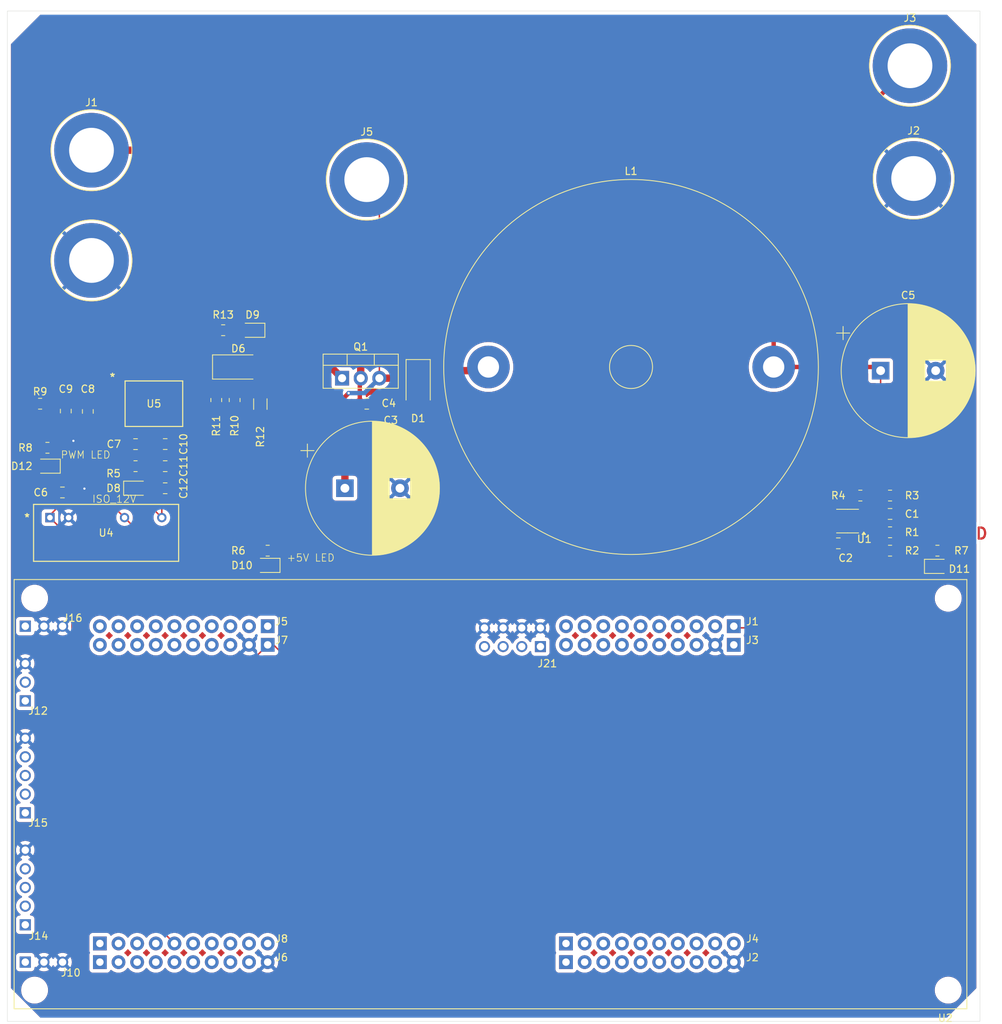
<source format=kicad_pcb>
(kicad_pcb (version 20241229) (generator "pcbnew") (generator_version "9.0")
  (layers (0 "F.Cu" signal) (2 "B.Cu" signal) (13 "F.Paste" user) (15 "B.Paste" user) (5 "F.SilkS" user "F.Silkscreen") (7 "B.SilkS" user "B.Silkscreen") (1 "F.Mask" user) (3 "B.Mask" user) (25 "Edge.Cuts" user))
  (net 0 "")
  (net 4 "GND")
  (net 5 "Net-(U1A-+)")
  (net 6 "+3.3V")
  (net 7 "Net-(U1A--)")
  (net 8 "/VFILT")
  (net 9 "/VOUT")
  (net 19 "/Power_stage/VIN")
  (net 21 "+5V")
  (net 31 "/GD/ISO_12")
  (net 32 "/GD/PWM_FILT")
  (net 36 "/VSW")
  (net 40 "/VG")
  (net 47 "Net-(D6-K)")
  (net 86 "/PWM")
  (net 88 "Net-(D8-A)")
  (net 96 "/GD/GD_PWM")
  (net 108 "/VFILTD")
  (net 109 "Net-(D10-BK)")
  (net 110 "Net-(D11-BK)")
  (net 111 "Net-(D12-BK)")
  (net 112 "Net-(D9-BK)")
  (footprint "LED_SMD:LED_0805_2012Metric" (layer "F.Cu") (at 77.9015 66.946 180)
    (property "Reference" "D9" (at 0 2.1 0) (layer "F.SilkS"))
    (property "Value" "LED_ABGR")
    (pad "1" smd roundrect (at -0.9375 0 180) (size 0.975 1.4) (layers "F.Cu" "F.Mask" "F.Paste") (net 40 "/VG"))
    (pad "2" smd roundrect (at 0.9375 0 180) (size 0.975 1.4) (layers "F.Cu" "F.Mask" "F.Paste") (net 112 "Net-(D9-BK)"))
  )
  (footprint "Diode_SMD:D_SMA" (layer "F.Cu") (at 100.464 74.446 -90)
    (property "Reference" "D1" (at 4.5 0 180) (layer "F.SilkS"))
    (property "Value" "SS310")
    (pad "1" smd roundrect (at -2 0 270) (size 2.5 1.8) (layers "F.Cu" "F.Mask" "F.Paste") (roundrect_rratio 0.1388888889) (net 36 "/VSW"))
    (pad "2" smd roundrect (at 2 0 270) (size 2.5 1.8) (layers "F.Cu" "F.Mask" "F.Paste") (roundrect_rratio 0.1388888889) (net 4 "GND"))
  )
  (footprint "Capacitor_THT:CP_Radial_D18.0mm_P7.50mm" (layer "F.Cu") (at 90.48622 88.446)
    (property "Reference" "C3" (at 6.25 -9.25 0) (layer "F.SilkS"))
    (property "Value" "470u")
    (pad "1" thru_hole rect (at 0 0) (size 2.4 2.4) (drill 1.2) (layers "*.Cu" "*.Mask") (net 19 "/Power_stage/VIN"))
    (pad "2" thru_hole circle (at 7.5 0) (size 2.4 2.4) (drill 1.2) (layers "*.Cu" "*.Mask") (net 4 "GND"))
  )
  (footprint "Resistor_SMD:R_0805_2012Metric_Pad1.20x1.40mm_HandSolder" (layer "F.Cu") (at 171.2015 96.946 180)
    (property "Reference" "R7" (at -3.2625 0 0) (layer "F.SilkS"))
    (property "Value" "3.3K")
    (pad "1" smd roundrect (at -1 0 180) (size 1.2 1.4) (layers "F.Cu" "F.Mask" "F.Paste") (roundrect_rratio 0.208333) (net 110 "Net-(D11-BK)"))
    (pad "2" smd roundrect (at 1 0 180) (size 1.2 1.4) (layers "F.Cu" "F.Mask" "F.Paste") (roundrect_rratio 0.208333) (net 4 "GND"))
  )
  (footprint "LED_SMD:LED_0805_2012Metric" (layer "F.Cu") (at 62.0265 88.446)
    (property "Reference" "D8" (at -3.0625 0 0) (layer "F.SilkS"))
    (property "Value" "LED_ABGR")
    (pad "1" smd roundrect (at -0.9375 0) (size 0.975 1.4) (layers "F.Cu" "F.Mask" "F.Paste") (net 88 "Net-(D8-A)"))
    (pad "2" smd roundrect (at 0.9375 0) (size 0.975 1.4) (layers "F.Cu" "F.Mask" "F.Paste") (net 31 "/GD/ISO_12"))
  )
  (footprint "Resistor_SMD:R_0805_2012Metric" (layer "F.Cu") (at 164.7515 96.946)
    (property "Reference" "R2" (at 3 0 0) (layer "F.SilkS"))
    (property "Value" "?")
    (pad "1" smd roundrect (at -0.9125 0) (size 1.025 1.4) (layers "F.Cu" "F.Mask" "F.Paste") (roundrect_rratio 0.243902) (net 7 "Net-(U1A--)"))
    (pad "2" smd roundrect (at 0.9125 0) (size 1.025 1.4) (layers "F.Cu" "F.Mask" "F.Paste") (roundrect_rratio 0.243902) (net 8 "/VFILT"))
  )
  (footprint "Capacitor_SMD:C_0805_2012Metric" (layer "F.Cu") (at 66.004 85.446)
    (property "Reference" "C11" (at 2.5 0 90) (layer "F.SilkS"))
    (property "Value" "220U")
    (pad "1" smd roundrect (at -0.95 0) (size 1 1.45) (layers "F.Cu" "F.Mask" "F.Paste") (net 31 "/GD/ISO_12"))
    (pad "2" smd roundrect (at 0.95 0) (size 1 1.45) (layers "F.Cu" "F.Mask" "F.Paste") (net 36 "/VSW"))
  )
  (footprint "Resistor_SMD:R_0805_2012Metric_Pad1.20x1.40mm_HandSolder" (layer "F.Cu") (at 75.464 76.446 90)
    (property "Reference" "R10" (at -3.5 0 90) (layer "F.SilkS"))
    (property "Value" "7R")
    (pad "1" smd roundrect (at -1 0 90) (size 1.2 1.4) (layers "F.Cu" "F.Mask" "F.Paste") (roundrect_rratio 0.208333) (net 96 "/GD/GD_PWM"))
    (pad "2" smd roundrect (at 1 0 90) (size 1.2 1.4) (layers "F.Cu" "F.Mask" "F.Paste") (roundrect_rratio 0.208333) (net 40 "/VG"))
  )
  (footprint "Connector:Banana_Jack_1Pin" (layer "F.Cu") (at 93.464 46.446)
    (property "Reference" "J5" (at 0 -6.5 0) (layer "F.SilkS"))
    (property "Value" "Conn_01x01_Pin")
    (pad "1" thru_hole circle (at 0 0) (size 10.16 10.16) (drill 6.1) (layers "*.Cu" "*.Mask") (net 36 "/VSW"))
  )
  (footprint "Diode_SMD:D_SMA" (layer "F.Cu") (at 75.964 71.946)
    (property "Reference" "D6" (at 0 -2.5 0) (layer "F.SilkS"))
    (property "Value" "US2AA")
    (pad "1" smd roundrect (at -2 0) (size 2.5 1.8) (layers "F.Cu" "F.Mask" "F.Paste") (roundrect_rratio 0.1388888889) (net 47 "Net-(D6-K)"))
    (pad "2" smd roundrect (at 2 0) (size 2.5 1.8) (layers "F.Cu" "F.Mask" "F.Paste") (roundrect_rratio 0.1388888889) (net 40 "/VG"))
  )
  (footprint "Connector:Banana_Jack_1Pin" (layer "F.Cu") (at 167.964 46.296)
    (property "Reference" "J2" (at 0 -6.5 0) (layer "F.SilkS"))
    (property "Value" "Conn_01x01_Pin")
    (pad "1" thru_hole circle (at 0 0) (size 10.16 10.16) (drill 6.1) (layers "*.Cu" "*.Mask") (net 4 "GND"))
  )
  (footprint "Resistor_SMD:R_0805_2012Metric_Pad1.20x1.40mm_HandSolder" (layer "F.Cu") (at 72.964 76.446 90)
    (property "Reference" "R11" (at -3.5 0 90) (layer "F.SilkS"))
    (property "Value" "12R")
    (pad "1" smd roundrect (at -1 0 90) (size 1.2 1.4) (layers "F.Cu" "F.Mask" "F.Paste") (roundrect_rratio 0.208333) (net 96 "/GD/GD_PWM"))
    (pad "2" smd roundrect (at 1 0 90) (size 1.2 1.4) (layers "F.Cu" "F.Mask" "F.Paste") (roundrect_rratio 0.208333) (net 47 "Net-(D6-K)"))
  )
  (footprint "Capacitor_SMD:C_0805_2012Metric" (layer "F.Cu") (at 61.964 82.446 180)
    (property "Reference" "C7" (at 2.95 0 0) (layer "F.SilkS"))
    (property "Value" "1u")
    (pad "1" smd roundrect (at -0.95 0 180) (size 1 1.45) (layers "F.Cu" "F.Mask" "F.Paste") (net 31 "/GD/ISO_12"))
    (pad "2" smd roundrect (at 0.95 0 180) (size 1 1.45) (layers "F.Cu" "F.Mask" "F.Paste") (net 36 "/VSW"))
  )
  (footprint "Resistor_SMD:R_0805_2012Metric_Pad1.20x1.40mm_HandSolder" (layer "F.Cu") (at 48.964 76.946)
    (property "Reference" "R9" (at 0 -1.65 0) (layer "F.SilkS"))
    (property "Value" "R")
    (pad "1" smd roundrect (at -1 0) (size 1.2 1.4) (layers "F.Cu" "F.Mask" "F.Paste") (roundrect_rratio 0.208333) (net 86 "/PWM"))
    (pad "2" smd roundrect (at 1 0) (size 1.2 1.4) (layers "F.Cu" "F.Mask" "F.Paste") (roundrect_rratio 0.208333) (net 32 "/GD/PWM_FILT"))
  )
  (footprint "Capacitor_SMD:C_0805_2012Metric" (layer "F.Cu") (at 93.464 76.946)
    (property "Reference" "C4" (at 3 -0.065 0) (layer "F.SilkS"))
    (property "Value" "1u")
    (pad "1" smd roundrect (at -0.95 0) (size 1 1.45) (layers "F.Cu" "F.Mask" "F.Paste") (net 19 "/Power_stage/VIN"))
    (pad "2" smd roundrect (at 0.95 0) (size 1 1.45) (layers "F.Cu" "F.Mask" "F.Paste") (net 4 "GND"))
  )
  (footprint "Resistor_SMD:R_0805_2012Metric_Pad1.20x1.40mm_HandSolder" (layer "F.Cu") (at 73.9015 66.946 180)
    (property "Reference" "R13" (at 0 2.1 0) (layer "F.SilkS"))
    (property "Value" "3.3K")
    (pad "1" smd roundrect (at -1 0 180) (size 1.2 1.4) (layers "F.Cu" "F.Mask" "F.Paste") (roundrect_rratio 0.208333) (net 112 "Net-(D9-BK)"))
    (pad "2" smd roundrect (at 1 0 180) (size 1.2 1.4) (layers "F.Cu" "F.Mask" "F.Paste") (roundrect_rratio 0.208333) (net 36 "/VSW"))
  )
  (footprint "Capacitor_SMD:C_0805_2012Metric_Pad1.18x1.45mm_HandSolder" (layer "F.Cu") (at 52.464 77.946 -90)
    (property "Reference" "C9" (at -3 0 0) (layer "F.SilkS"))
    (property "Value" "C")
    (pad "1" smd roundrect (at -1.0375 0 270) (size 1.175 1.45) (layers "F.Cu" "F.Mask" "F.Paste") (roundrect_rratio 0.212766) (net 32 "/GD/PWM_FILT"))
    (pad "2" smd roundrect (at 1.0375 0 270) (size 1.175 1.45) (layers "F.Cu" "F.Mask" "F.Paste") (roundrect_rratio 0.212766) (net 4 "GND"))
  )
  (footprint "Capacitor_THT:CP_Radial_D18.0mm_P7.50mm" (layer "F.Cu") (at 163.464 72.446)
    (property "Reference" "C5" (at 3.75 -10.25 0) (layer "F.SilkS"))
    (property "Value" "?")
    (pad "1" thru_hole rect (at 0 0) (size 2.4 2.4) (drill 1.2) (layers "*.Cu" "*.Mask") (net 9 "/VOUT"))
    (pad "2" thru_hole circle (at 7.5 0) (size 2.4 2.4) (drill 1.2) (layers "*.Cu" "*.Mask") (net 4 "GND"))
  )
  (footprint "LED_SMD:LED_0805_2012Metric" (layer "F.Cu") (at 171.1215 99.081)
    (property "Reference" "D11" (at 3.08 0.365 0) (layer "F.SilkS"))
    (property "Value" "LED_ABGR")
    (pad "1" smd roundrect (at -0.9375 0) (size 0.975 1.4) (layers "F.Cu" "F.Mask" "F.Paste") (net 6 "+3.3V"))
    (pad "2" smd roundrect (at 0.9375 0) (size 0.975 1.4) (layers "F.Cu" "F.Mask" "F.Paste") (net 110 "Net-(D11-BK)"))
  )
  (footprint "Resistor_SMD:R_0805_2012Metric" (layer "F.Cu") (at 164.7515 94.446 180)
    (property "Reference" "R1" (at -3 0 0) (layer "F.SilkS"))
    (property "Value" "10K")
    (pad "1" smd roundrect (at -0.9125 0 180) (size 1.025 1.4) (layers "F.Cu" "F.Mask" "F.Paste") (roundrect_rratio 0.243902) (net 4 "GND"))
    (pad "2" smd roundrect (at 0.9125 0 180) (size 1.025 1.4) (layers "F.Cu" "F.Mask" "F.Paste") (roundrect_rratio 0.243902) (net 7 "Net-(U1A--)"))
  )
  (footprint "footprints:SOIC8_DWV_TEX" (layer "F.Cu") (at 64.464 76.946)
    (property "Reference" "U5" (at 0 0 0) (layer "F.SilkS"))
    (property "Value" "UCC5304DWVR")
    (fp_text user "*" (at -5.6388 -3.6068 0) (layer "F.SilkS"))
    (fp_text user "*" (at -5.6388 -3.6068 0) (layer "F.SilkS"))
    (pad "1" smd rect (at -5.3848 -1.905) (size 1.7018 0.5588) (layers "F.Cu" "F.Mask" "F.Paste") (net 32 "/GD/PWM_FILT"))
    (pad "2" smd rect (at -5.3848 -0.635) (size 1.7018 0.5588) (layers "F.Cu" "F.Mask" "F.Paste") (net 21 "+5V"))
    (pad "3" smd rect (at -5.3848 0.635) (size 1.7018 0.5588) (layers "F.Cu" "F.Mask" "F.Paste") (net 21 "+5V"))
    (pad "4" smd rect (at -5.3848 1.905) (size 1.7018 0.5588) (layers "F.Cu" "F.Mask" "F.Paste") (net 4 "GND"))
    (pad "5" smd rect (at 5.3848 1.905) (size 1.7018 0.5588) (layers "F.Cu" "F.Mask" "F.Paste") (net 36 "/VSW"))
    (pad "6" smd rect (at 5.3848 0.635) (size 1.7018 0.5588) (layers "F.Cu" "F.Mask" "F.Paste") (net 36 "/VSW"))
    (pad "7" smd rect (at 5.3848 -0.635) (size 1.7018 0.5588) (layers "F.Cu" "F.Mask" "F.Paste") (net 96 "/GD/GD_PWM"))
    (pad "8" smd rect (at 5.3848 -1.905) (size 1.7018 0.5588) (layers "F.Cu" "F.Mask" "F.Paste") (net 31 "/GD/ISO_12"))
  )
  (footprint "Resistor_SMD:R_0805_2012Metric" (layer "F.Cu") (at 164.7515 89.446 180)
    (property "Reference" "R3" (at -3 0 0) (layer "F.SilkS"))
    (property "Value" "?")
    (pad "1" smd roundrect (at -0.9125 0 180) (size 1.025 1.4) (layers "F.Cu" "F.Mask" "F.Paste") (roundrect_rratio 0.243902) (net 4 "GND"))
    (pad "2" smd roundrect (at 0.9125 0 180) (size 1.025 1.4) (layers "F.Cu" "F.Mask" "F.Paste") (roundrect_rratio 0.243902) (net 5 "Net-(U1A-+)"))
  )
  (footprint "Capacitor_SMD:C_0805_2012Metric" (layer "F.Cu") (at 164.7515 91.946)
    (property "Reference" "C1" (at 3 0 0) (layer "F.SilkS"))
    (property "Value" "C")
    (pad "1" smd roundrect (at -0.95 0) (size 1 1.45) (layers "F.Cu" "F.Mask" "F.Paste") (net 5 "Net-(U1A-+)"))
    (pad "2" smd roundrect (at 0.95 0) (size 1 1.45) (layers "F.Cu" "F.Mask" "F.Paste") (net 4 "GND"))
  )
  (footprint "Connector:Banana_Jack_1Pin" (layer "F.Cu") (at 167.464 30.946)
    (property "Reference" "J3" (at 0 -6.5 0) (layer "F.SilkS"))
    (property "Value" "Conn_01x01_Pin")
    (pad "1" thru_hole circle (at 0 0) (size 10.16 10.16) (drill 6.1) (layers "*.Cu" "*.Mask") (net 9 "/VOUT"))
  )
  (footprint "LAUNCHXL_F28379D:MOD_LAUNCHXL-F28379D" (layer "F.Cu") (at 110.317 130.086 180)
    (property "Reference" "U2" (at -61.972 -30.475 0) (layer "F.SilkS"))
    (property "Value" "LAUNCHXL-F28379D")
    (fp_text user "J12" (at 61.628 11.335 0) (layer "F.SilkS"))
    (fp_text user "J4" (at -35.687 -19.685 0) (layer "F.SilkS"))
    (fp_text user "J10" (at 57.178 -24.305 0) (layer "F.SilkS"))
    (fp_text user "J15" (at 61.628 -3.905 0) (layer "F.SilkS"))
    (fp_text user "J21" (at -7.747 17.78 0) (layer "F.SilkS"))
    (fp_text user "J1" (at -35.687 23.495 0) (layer "F.SilkS"))
    (fp_text user "J5" (at 28.448 23.495 0) (layer "F.SilkS"))
    (fp_text user "J6" (at 28.448 -22.225 0) (layer "F.SilkS"))
    (fp_text user "J2" (at -35.687 -22.225 0) (layer "F.SilkS"))
    (fp_text user "J8" (at 28.448 -19.685 0) (layer "F.SilkS"))
    (fp_text user "J14" (at 61.578 -19.305 0) (layer "F.SilkS"))
    (fp_text user "J3" (at -35.687 20.955 0) (layer "F.SilkS"))
    (fp_text user "J7" (at 28.448 20.955 0) (layer "F.SilkS"))
    (fp_text user "J16" (at 56.928 23.97 0) (layer "F.SilkS"))
    (pad "" np_thru_hole circle (at -62.357 -26.67 180) (size 3.175 3.175) (drill 3.175) (layers "*.Cu" "*.Mask"))
    (pad "" np_thru_hole circle (at -62.357 26.67 180) (size 3.175 3.175) (drill 3.175) (layers "*.Cu" "*.Mask"))
    (pad "" np_thru_hole circle (at 62.103 -26.67 180) (size 3.175 3.175) (drill 3.175) (layers "*.Cu" "*.Mask"))
    (pad "" np_thru_hole circle (at 62.103 26.67 180) (size 3.175 3.175) (drill 3.175) (layers "*.Cu" "*.Mask"))
    (pad "J1_1" thru_hole rect (at -33.147 22.86 180) (size 1.8796 1.8796) (drill 1.016) (layers "*.Cu" "*.Mask") (net 6 "+3.3V"))
    (pad "J1_2" thru_hole circle (at -30.607 22.86 180) (size 1.8796 1.8796) (drill 1.016) (layers "*.Cu" "*.Mask"))
    (pad "J1_3" thru_hole circle (at -28.067 22.86 180) (size 1.8796 1.8796) (drill 1.016) (layers "*.Cu" "*.Mask"))
    (pad "J1_4" thru_hole circle (at -25.527 22.86 180) (size 1.8796 1.8796) (drill 1.016) (layers "*.Cu" "*.Mask"))
    (pad "J1_5" thru_hole circle (at -22.987 22.86 180) (size 1.8796 1.8796) (drill 1.016) (layers "*.Cu" "*.Mask"))
    (pad "J1_6" thru_hole circle (at -20.447 22.86 180) (size 1.8796 1.8796) (drill 1.016) (layers "*.Cu" "*.Mask"))
    (pad "J1_7" thru_hole circle (at -17.907 22.86 180) (size 1.8796 1.8796) (drill 1.016) (layers "*.Cu" "*.Mask"))
    (pad "J1_8" thru_hole circle (at -15.367 22.86 180) (size 1.8796 1.8796) (drill 1.016) (layers "*.Cu" "*.Mask"))
    (pad "J1_9" thru_hole circle (at -12.827 22.86 180) (size 1.8796 1.8796) (drill 1.016) (layers "*.Cu" "*.Mask"))
    (pad "J1_10" thru_hole circle (at -10.287 22.86 180) (size 1.8796 1.8796) (drill 1.016) (layers "*.Cu" "*.Mask"))
    (pad "J2_1" thru_hole rect (at -10.287 -22.86 180) (size 1.8796 1.8796) (drill 1.016) (layers "*.Cu" "*.Mask"))
    (pad "J2_2" thru_hole circle (at -12.827 -22.86 180) (size 1.8796 1.8796) (drill 1.016) (layers "*.Cu" "*.Mask"))
    (pad "J2_3" thru_hole circle (at -15.367 -22.86 180) (size 1.8796 1.8796) (drill 1.016) (layers "*.Cu" "*.Mask"))
    (pad "J2_4" thru_hole circle (at -17.907 -22.86 180) (size 1.8796 1.8796) (drill 1.016) (layers "*.Cu" "*.Mask"))
    (pad "J2_5" thru_hole circle (at -20.447 -22.86 180) (size 1.8796 1.8796) (drill 1.016) (layers "*.Cu" "*.Mask"))
    (pad "J2_6" thru_hole circle (at -22.987 -22.86 180) (size 1.8796 1.8796) (drill 1.016) (layers "*.Cu" "*.Mask"))
    (pad "J2_7" thru_hole circle (at -25.527 -22.86 180) (size 1.8796 1.8796) (drill 1.016) (layers "*.Cu" "*.Mask"))
    (pad "J2_8" thru_hole circle (at -28.067 -22.86 180) (size 1.8796 1.8796) (drill 1.016) (layers "*.Cu" "*.Mask"))
    (pad "J2_9" thru_hole circle (at -30.607 -22.86 180) (size 1.8796 1.8796) (drill 1.016) (layers "*.Cu" "*.Mask"))
    (pad "J2_10" thru_hole circle (at -33.147 -22.86 180) (size 1.8796 1.8796) (drill 1.016) (layers "*.Cu" "*.Mask") (net 4 "GND"))
    (pad "J3_1" thru_hole rect (at -33.147 20.32 180) (size 1.8796 1.8796) (drill 1.016) (layers "*.Cu" "*.Mask"))
    (pad "J3_2" thru_hole circle (at -30.607 20.32 180) (size 1.8796 1.8796) (drill 1.016) (layers "*.Cu" "*.Mask") (net 4 "GND"))
    (pad "J3_3" thru_hole circle (at -28.067 20.32 180) (size 1.8796 1.8796) (drill 1.016) (layers "*.Cu" "*.Mask") (net 108 "/VFILTD"))
    (pad "J3_4" thru_hole circle (at -25.527 20.32 180) (size 1.8796 1.8796) (drill 1.016) (layers "*.Cu" "*.Mask"))
    (pad "J3_5" thru_hole circle (at -22.987 20.32 180) (size 1.8796 1.8796) (drill 1.016) (layers "*.Cu" "*.Mask"))
    (pad "J3_6" thru_hole circle (at -20.447 20.32 180) (size 1.8796 1.8796) (drill 1.016) (layers "*.Cu" "*.Mask"))
    (pad "J3_7" thru_hole circle (at -17.907 20.32 180) (size 1.8796 1.8796) (drill 1.016) (layers "*.Cu" "*.Mask"))
    (pad "J3_8" thru_hole circle (at -15.367 20.32 180) (size 1.8796 1.8796) (drill 1.016) (layers "*.Cu" "*.Mask"))
    (pad "J3_9" thru_hole circle (at -12.827 20.32 180) (size 1.8796 1.8796) (drill 1.016) (layers "*.Cu" "*.Mask"))
    (pad "J3_10" thru_hole circle (at -10.287 20.32 180) (size 1.8796 1.8796) (drill 1.016) (layers "*.Cu" "*.Mask"))
    (pad "J4_1" thru_hole rect (at -10.287 -20.32 180) (size 1.8796 1.8796) (drill 1.016) (layers "*.Cu" "*.Mask"))
    (pad "J4_2" thru_hole circle (at -12.827 -20.32 180) (size 1.8796 1.8796) (drill 1.016) (layers "*.Cu" "*.Mask"))
    (pad "J4_3" thru_hole circle (at -15.367 -20.32 180) (size 1.8796 1.8796) (drill 1.016) (layers "*.Cu" "*.Mask"))
    (pad "J4_4" thru_hole circle (at -17.907 -20.32 180) (size 1.8796 1.8796) (drill 1.016) (layers "*.Cu" "*.Mask"))
    (pad "J4_5" thru_hole circle (at -20.447 -20.32 180) (size 1.8796 1.8796) (drill 1.016) (layers "*.Cu" "*.Mask"))
    (pad "J4_6" thru_hole circle (at -22.987 -20.32 180) (size 1.8796 1.8796) (drill 1.016) (layers "*.Cu" "*.Mask"))
    (pad "J4_7" thru_hole circle (at -25.527 -20.32 180) (size 1.8796 1.8796) (drill 1.016) (layers "*.Cu" "*.Mask"))
    (pad "J4_8" thru_hole circle (at -28.067 -20.32 180) (size 1.8796 1.8796) (drill 1.016) (layers "*.Cu" "*.Mask"))
    (pad "J4_9" thru_hole circle (at -30.607 -20.32 180) (size 1.8796 1.8796) (drill 1.016) (layers "*.Cu" "*.Mask"))
    (pad "J4_10" thru_hole circle (at -33.147 -20.32 180) (size 1.8796 1.8796) (drill 1.016) (layers "*.Cu" "*.Mask"))
    (pad "J5_1" thru_hole rect (at 30.353 22.86 180) (size 1.8796 1.8796) (drill 1.016) (layers "*.Cu" "*.Mask"))
    (pad "J5_2" thru_hole circle (at 32.893 22.86 180) (size 1.8796 1.8796) (drill 1.016) (layers "*.Cu" "*.Mask"))
    (pad "J5_3" thru_hole circle (at 35.433 22.86 180) (size 1.8796 1.8796) (drill 1.016) (layers "*.Cu" "*.Mask"))
    (pad "J5_4" thru_hole circle (at 37.973 22.86 180) (size 1.8796 1.8796) (drill 1.016) (layers "*.Cu" "*.Mask"))
    (pad "J5_5" thru_hole circle (at 40.513 22.86 180) (size 1.8796 1.8796) (drill 1.016) (layers "*.Cu" "*.Mask"))
    (pad "J5_6" thru_hole circle (at 43.053 22.86 180) (size 1.8796 1.8796) (drill 1.016) (layers "*.Cu" "*.Mask"))
    (pad "J5_7" thru_hole circle (at 45.593 22.86 180) (size 1.8796 1.8796) (drill 1.016) (layers "*.Cu" "*.Mask"))
    (pad "J5_8" thru_hole circle (at 48.133 22.86 180) (size 1.8796 1.8796) (drill 1.016) (layers "*.Cu" "*.Mask"))
    (pad "J5_9" thru_hole circle (at 50.673 22.86 180) (size 1.8796 1.8796) (drill 1.016) (layers "*.Cu" "*.Mask"))
    (pad "J5_10" thru_hole circle (at 53.213 22.86 180) (size 1.8796 1.8796) (drill 1.016) (layers "*.Cu" "*.Mask"))
    (pad "J6_1" thru_hole rect (at 53.213 -22.86 180) (size 1.8796 1.8796) (drill 1.016) (layers "*.Cu" "*.Mask"))
    (pad "J6_2" thru_hole circle (at 50.673 -22.86 180) (size 1.8796 1.8796) (drill 1.016) (layers "*.Cu" "*.Mask"))
    (pad "J6_3" thru_hole circle (at 48.133 -22.86 180) (size 1.8796 1.8796) (drill 1.016) (layers "*.Cu" "*.Mask"))
    (pad "J6_4" thru_hole circle (at 45.593 -22.86 180) (size 1.8796 1.8796) (drill 1.016) (layers "*.Cu" "*.Mask"))
    (pad "J6_5" thru_hole circle (at 43.053 -22.86 180) (size 1.8796 1.8796) (drill 1.016) (layers "*.Cu" "*.Mask"))
    (pad "J6_6" thru_hole circle (at 40.513 -22.86 180) (size 1.8796 1.8796) (drill 1.016) (layers "*.Cu" "*.Mask"))
    (pad "J6_7" thru_hole circle (at 37.973 -22.86 180) (size 1.8796 1.8796) (drill 1.016) (layers "*.Cu" "*.Mask"))
    (pad "J6_8" thru_hole circle (at 35.433 -22.86 180) (size 1.8796 1.8796) (drill 1.016) (layers "*.Cu" "*.Mask"))
    (pad "J6_9" thru_hole circle (at 32.893 -22.86 180) (size 1.8796 1.8796) (drill 1.016) (layers "*.Cu" "*.Mask"))
    (pad "J6_10" thru_hole circle (at 30.353 -22.86 180) (size 1.8796 1.8796) (drill 1.016) (layers "*.Cu" "*.Mask") (net 4 "GND"))
    (pad "J7_1" thru_hole rect (at 30.353 20.32 180) (size 1.8796 1.8796) (drill 1.016) (layers "*.Cu" "*.Mask") (net 21 "+5V"))
    (pad "J7_2" thru_hole circle (at 32.893 20.32 180) (size 1.8796 1.8796) (drill 1.016) (layers "*.Cu" "*.Mask") (net 4 "GND"))
    (pad "J7_3" thru_hole circle (at 35.433 20.32 180) (size 1.8796 1.8796) (drill 1.016) (layers "*.Cu" "*.Mask"))
    (pad "J7_4" thru_hole circle (at 37.973 20.32 180) (size 1.8796 1.8796) (drill 1.016) (layers "*.Cu" "*.Mask"))
    (pad "J7_5" thru_hole circle (at 40.513 20.32 180) (size 1.8796 1.8796) (drill 1.016) (layers "*.Cu" "*.Mask"))
    (pad "J7_6" thru_hole circle (at 43.053 20.32 180) (size 1.8796 1.8796) (drill 1.016) (layers "*.Cu" "*.Mask"))
    (pad "J7_7" thru_hole circle (at 45.593 20.32 180) (size 1.8796 1.8796) (drill 1.016) (layers "*.Cu" "*.Mask"))
    (pad "J7_8" thru_hole circle (at 48.133 20.32 180) (size 1.8796 1.8796) (drill 1.016) (layers "*.Cu" "*.Mask"))
    (pad "J7_9" thru_hole circle (at 50.673 20.32 180) (size 1.8796 1.8796) (drill 1.016) (layers "*.Cu" "*.Mask"))
    (pad "J7_10" thru_hole circle (at 53.213 20.32 180) (size 1.8796 1.8796) (drill 1.016) (layers "*.Cu" "*.Mask"))
    (pad "J8_1" thru_hole rect (at 53.213 -20.32 180) (size 1.8796 1.8796) (drill 1.016) (layers "*.Cu" "*.Mask"))
    (pad "J8_2" thru_hole circle (at 50.673 -20.32 180) (size 1.8796 1.8796) (drill 1.016) (layers "*.Cu" "*.Mask"))
    (pad "J8_3" thru_hole circle (at 48.133 -20.32 180) (size 1.8796 1.8796) (drill 1.016) (layers "*.Cu" "*.Mask"))
    (pad "J8_4" thru_hole circle (at 45.593 -20.32 180) (size 1.8796 1.8796) (drill 1.016) (layers "*.Cu" "*.Mask"))
    (pad "J8_5" thru_hole circle (at 43.053 -20.32 180) (size 1.8796 1.8796) (drill 1.016) (layers "*.Cu" "*.Mask") (net 86 "/PWM"))
    (pad "J8_6" thru_hole circle (at 40.513 -20.32 180) (size 1.8796 1.8796) (drill 1.016) (layers "*.Cu" "*.Mask"))
    (pad "J8_7" thru_hole circle (at 37.973 -20.32 180) (size 1.8796 1.8796) (drill 1.016) (layers "*.Cu" "*.Mask"))
    (pad "J8_8" thru_hole circle (at 35.433 -20.32 180) (size 1.8796 1.8796) (drill 1.016) (layers "*.Cu" "*.Mask"))
    (pad "J8_9" thru_hole circle (at 32.893 -20.32 180) (size 1.8796 1.8796) (drill 1.016) (layers "*.Cu" "*.Mask"))
    (pad "J8_10" thru_hole circle (at 30.353 -20.32 180) (size 1.8796 1.8796) (drill 1.016) (layers "*.Cu" "*.Mask"))
    (pad "J10_1" thru_hole rect (at 63.373 -22.86 180) (size 1.524 1.524) (drill 1.016) (layers "*.Cu" "*.Mask"))
    (pad "J10_2" thru_hole circle (at 60.833 -22.86 180) (size 1.524 1.524) (drill 1.016) (layers "*.Cu" "*.Mask") (net 4 "GND"))
    (pad "J10_3" thru_hole circle (at 58.293 -22.86 180) (size 1.524 1.524) (drill 1.016) (layers "*.Cu" "*.Mask") (net 4 "GND"))
    (pad "J12_1" thru_hole rect (at 63.373 12.7 180) (size 1.524 1.524) (drill 1.016) (layers "*.Cu" "*.Mask"))
    (pad "J12_2" thru_hole circle (at 63.373 15.24 180) (size 1.524 1.524) (drill 1.016) (layers "*.Cu" "*.Mask"))
    (pad "J12_3" thru_hole circle (at 63.373 17.78 180) (size 1.524 1.524) (drill 1.016) (layers "*.Cu" "*.Mask") (net 4 "GND"))
    (pad "J14_1" thru_hole rect (at 63.373 -17.78 180) (size 1.524 1.524) (drill 1.016) (layers "*.Cu" "*.Mask"))
    (pad "J14_2" thru_hole circle (at 63.373 -15.24 180) (size 1.524 1.524) (drill 1.016) (layers "*.Cu" "*.Mask"))
    (pad "J14_3" thru_hole circle (at 63.373 -12.7 180) (size 1.524 1.524) (drill 1.016) (layers "*.Cu" "*.Mask"))
    (pad "J14_4" thru_hole circle (at 63.373 -10.16 180) (size 1.524 1.524) (drill 1.016) (layers "*.Cu" "*.Mask"))
    (pad "J14_5" thru_hole circle (at 63.373 -7.62 180) (size 1.524 1.524) (drill 1.016) (layers "*.Cu" "*.Mask") (net 4 "GND"))
    (pad "J15_1" thru_hole rect (at 63.373 -2.54 180) (size 1.524 1.524) (drill 1.016) (layers "*.Cu" "*.Mask"))
    (pad "J15_2" thru_hole circle (at 63.373 0 180) (size 1.524 1.524) (drill 1.016) (layers "*.Cu" "*.Mask"))
    (pad "J15_3" thru_hole circle (at 63.373 2.54 180) (size 1.524 1.524) (drill 1.016) (layers "*.Cu" "*.Mask"))
    (pad "J15_4" thru_hole circle (at 63.373 5.08 180) (size 1.524 1.524) (drill 1.016) (layers "*.Cu" "*.Mask"))
    (pad "J15_5" thru_hole circle (at 63.373 7.62 180) (size 1.524 1.524) (drill 1.016) (layers "*.Cu" "*.Mask") (net 4 "GND"))
    (pad "J16_1" thru_hole rect (at 63.373 22.86 180) (size 1.524 1.524) (drill 1.016) (layers "*.Cu" "*.Mask"))
    (pad "J16_2" thru_hole circle (at 60.833 22.86 180) (size 1.524 1.524) (drill 1.016) (layers "*.Cu" "*.Mask") (net 4 "GND"))
    (pad "J16_3" thru_hole circle (at 58.293 22.86 180) (size 1.524 1.524) (drill 1.016) (layers "*.Cu" "*.Mask") (net 4 "GND"))
    (pad "J21_1" thru_hole rect (at -6.803 20.086 180) (size 1.5 1.5) (drill 1) (layers "*.Cu" "*.Mask"))
    (pad "J21_2" thru_hole circle (at -6.803 22.626 180) (size 1.5 1.5) (drill 1) (layers "*.Cu" "*.Mask") (net 4 "GND"))
    (pad "J21_3" thru_hole circle (at -4.263 20.086 180) (size 1.5 1.5) (drill 1) (layers "*.Cu" "*.Mask"))
    (pad "J21_4" thru_hole circle (at -4.263 22.626 180) (size 1.5 1.5) (drill 1) (layers "*.Cu" "*.Mask") (net 4 "GND"))
    (pad "J21_5" thru_hole circle (at -1.723 20.086 180) (size 1.5 1.5) (drill 1) (layers "*.Cu" "*.Mask"))
    (pad "J21_6" thru_hole circle (at -1.723 22.626 180) (size 1.5 1.5) (drill 1) (layers "*.Cu" "*.Mask") (net 4 "GND"))
    (pad "J21_7" thru_hole circle (at 0.817 20.086 180) (size 1.5 1.5) (drill 1) (layers "*.Cu" "*.Mask"))
    (pad "J21_8" thru_hole circle (at 0.817 22.626 180) (size 1.5 1.5) (drill 1) (layers "*.Cu" "*.Mask") (net 4 "GND"))
  )
  (footprint "LED_SMD:LED_0805_2012Metric" (layer "F.Cu") (at 50.0265 85.446 180)
    (property "Reference" "D12" (at 3.5625 0 0) (layer "F.SilkS"))
    (property "Value" "LED_ABGR")
    (pad "1" smd roundrect (at -0.9375 0 180) (size 0.975 1.4) (layers "F.Cu" "F.Mask" "F.Paste") (net 86 "/PWM"))
    (pad "2" smd roundrect (at 0.9375 0 180) (size 0.975 1.4) (layers "F.Cu" "F.Mask" "F.Paste") (net 111 "Net-(D12-BK)"))
  )
  (footprint "Connector:Banana_Jack_1Pin" (layer "F.Cu") (at 55.964 57.446)
    (property "Reference" "J4" (at -0.5 -15.5 0) (layer "F.SilkS"))
    (property "Value" "Conn_01x01_Pin")
    (pad "1" thru_hole circle (at 0 0) (size 10.16 10.16) (drill 6.1) (layers "*.Cu" "*.Mask") (net 4 "GND"))
  )
  (footprint "Capacitor_SMD:C_0805_2012Metric_Pad1.18x1.45mm_HandSolder" (layer "F.Cu") (at 55.464 77.996 -90)
    (property "Reference" "C8" (at -3.05 0 0) (layer "F.SilkS"))
    (property "Value" "1u")
    (pad "1" smd roundrect (at -1.0375 0 270) (size 1.175 1.45) (layers "F.Cu" "F.Mask" "F.Paste") (roundrect_rratio 0.212766) (net 21 "+5V"))
    (pad "2" smd roundrect (at 1.0375 0 270) (size 1.175 1.45) (layers "F.Cu" "F.Mask" "F.Paste") (roundrect_rratio 0.212766) (net 4 "GND"))
  )
  (footprint "Package_TO_SOT_THT:TO-220-3_Vertical" (layer "F.Cu") (at 90.099 73.471)
    (property "Reference" "Q1" (at 2.54 -4.27 0) (layer "F.SilkS"))
    (property "Value" "IRF540N")
    (pad "1" thru_hole rect (at 0 0) (size 1.905 2) (drill 1.1) (layers "*.Cu" "*.Mask") (net 40 "/VG"))
    (pad "2" thru_hole oval (at 2.54 0) (size 1.905 2) (drill 1.1) (layers "*.Cu" "*.Mask") (net 19 "/Power_stage/VIN"))
    (pad "3" thru_hole oval (at 5.08 0) (size 1.905 2) (drill 1.1) (layers "*.Cu" "*.Mask") (net 36 "/VSW"))
  )
  (footprint "Package_SO:VSSOP-8_3x3mm_P0.65mm" (layer "F.Cu") (at 158.964 92.921 180)
    (property "Reference" "U1" (at -2.2875 -2.45 0) (layer "F.SilkS"))
    (property "Value" "LM358")
    (pad "1" smd roundrect (at -2.1125 -0.975 180) (size 1.625 0.5) (layers "F.Cu" "F.Mask" "F.Paste") (net 8 "/VFILT"))
    (pad "2" smd roundrect (at -2.1125 -0.325 180) (size 1.625 0.5) (layers "F.Cu" "F.Mask" "F.Paste") (net 7 "Net-(U1A--)"))
    (pad "3" smd roundrect (at -2.1125 0.325 180) (size 1.625 0.5) (layers "F.Cu" "F.Mask" "F.Paste") (net 5 "Net-(U1A-+)"))
    (pad "4" smd roundrect (at -2.1125 0.975 180) (size 1.625 0.5) (layers "F.Cu" "F.Mask" "F.Paste") (net 4 "GND"))
    (pad "5" smd roundrect (at 2.1125 0.975 180) (size 1.625 0.5) (layers "F.Cu" "F.Mask" "F.Paste"))
    (pad "6" smd roundrect (at 2.1125 0.325 180) (size 1.625 0.5) (layers "F.Cu" "F.Mask" "F.Paste"))
    (pad "7" smd roundrect (at 2.1125 -0.325 180) (size 1.625 0.5) (layers "F.Cu" "F.Mask" "F.Paste"))
    (pad "8" smd roundrect (at 2.1125 -0.975 180) (size 1.625 0.5) (layers "F.Cu" "F.Mask" "F.Paste") (net 6 "+3.3V"))
  )
  (footprint "Capacitor_SMD:C_0805_2012Metric" (layer "F.Cu") (at 157.7015 95.946)
    (property "Reference" "C2" (at 1 2 0) (layer "F.SilkS"))
    (property "Value" "1u")
    (pad "1" smd roundrect (at -0.95 0) (size 1 1.45) (layers "F.Cu" "F.Mask" "F.Paste") (net 6 "+3.3V"))
    (pad "2" smd roundrect (at 0.95 0) (size 1 1.45) (layers "F.Cu" "F.Mask" "F.Paste") (net 4 "GND"))
  )
  (footprint "LED_SMD:LED_0805_2012Metric" (layer "F.Cu") (at 79.964 98.946 180)
    (property "Reference" "D10" (at 3.5 0 0) (layer "F.SilkS"))
    (property "Value" "LED_ABGR")
    (pad "1" smd roundrect (at -0.9375 0 180) (size 0.975 1.4) (layers "F.Cu" "F.Mask" "F.Paste") (net 21 "+5V"))
    (pad "2" smd roundrect (at 0.9375 0 180) (size 0.975 1.4) (layers "F.Cu" "F.Mask" "F.Paste") (net 109 "Net-(D10-BK)"))
  )
  (footprint "Inductor_THT:L_Radial_D50.8mm_P38.86mm_Vishay_IHB-6" (layer "F.Cu") (at 110.034 71.946)
    (property "Reference" "L1" (at 19.43 -26.65 0) (layer "F.SilkS"))
    (property "Value" "?")
    (pad "1" thru_hole circle (at 0 0) (size 5.8 5.8) (drill 2.9) (layers "*.Cu" "*.Mask") (net 36 "/VSW"))
    (pad "2" thru_hole circle (at 38.86 0) (size 5.8 5.8) (drill 2.9) (layers "*.Cu" "*.Mask") (net 9 "/VOUT"))
  )
  (footprint "Resistor_SMD:R_0805_2012Metric" (layer "F.Cu") (at 160.7015 89.446)
    (property "Reference" "R4" (at -3 0 0) (layer "F.SilkS"))
    (property "Value" "?")
    (pad "1" smd roundrect (at -0.9125 0) (size 1.025 1.4) (layers "F.Cu" "F.Mask" "F.Paste") (roundrect_rratio 0.243902) (net 9 "/VOUT"))
    (pad "2" smd roundrect (at 0.9125 0) (size 1.025 1.4) (layers "F.Cu" "F.Mask" "F.Paste") (roundrect_rratio 0.243902) (net 5 "Net-(U1A-+)"))
  )
  (footprint "Resistor_SMD:R_1206_3216Metric_Pad1.30x1.75mm_HandSolder" (layer "F.Cu") (at 78.964 76.996 90)
    (property "Reference" "R12" (at -4.45 0 90) (layer "F.SilkS"))
    (property "Value" "50R")
    (pad "1" smd roundrect (at -1.55 0 90) (size 1.3 1.75) (layers "F.Cu" "F.Mask" "F.Paste") (roundrect_rratio 0.192308) (net 36 "/VSW"))
    (pad "2" smd roundrect (at 1.55 0 90) (size 1.3 1.75) (layers "F.Cu" "F.Mask" "F.Paste") (roundrect_rratio 0.192308) (net 40 "/VG"))
  )
  (footprint "Capacitor_SMD:C_0805_2012Metric" (layer "F.Cu") (at 66.004 88.456)
    (property "Reference" "C12" (at 2.5 -0.01 90) (layer "F.SilkS"))
    (property "Value" "10u")
    (pad "1" smd roundrect (at -0.95 0) (size 1 1.45) (layers "F.Cu" "F.Mask" "F.Paste") (net 31 "/GD/ISO_12"))
    (pad "2" smd roundrect (at 0.95 0) (size 1 1.45) (layers "F.Cu" "F.Mask" "F.Paste") (net 36 "/VSW"))
  )
  (footprint "Capacitor_SMD:C_0805_2012Metric" (layer "F.Cu") (at 52.004 89.021)
    (property "Reference" "C6" (at -2.95 0 0) (layer "F.SilkS"))
    (property "Value" "1u")
    (pad "1" smd roundrect (at -0.95 0) (size 1 1.45) (layers "F.Cu" "F.Mask" "F.Paste") (net 21 "+5V"))
    (pad "2" smd roundrect (at 0.95 0) (size 1 1.45) (layers "F.Cu" "F.Mask" "F.Paste") (net 4 "GND"))
  )
  (footprint "Resistor_SMD:R_0805_2012Metric_Pad1.20x1.40mm_HandSolder" (layer "F.Cu") (at 49.964 82.946)
    (property "Reference" "R8" (at -3 0 0) (layer "F.SilkS"))
    (property "Value" "3.3K")
    (pad "1" smd roundrect (at -1 0) (size 1.2 1.4) (layers "F.Cu" "F.Mask" "F.Paste") (roundrect_rratio 0.208333) (net 111 "Net-(D12-BK)"))
    (pad "2" smd roundrect (at 1 0) (size 1.2 1.4) (layers "F.Cu" "F.Mask" "F.Paste") (roundrect_rratio 0.208333) (net 4 "GND"))
  )
  (footprint "Capacitor_SMD:C_0805_2012Metric" (layer "F.Cu") (at 66.004 82.436)
    (property "Reference" "C10" (at 2.5 0 90) (layer "F.SilkS"))
    (property "Value" "10u")
    (pad "1" smd roundrect (at -0.95 0) (size 1 1.45) (layers "F.Cu" "F.Mask" "F.Paste") (net 31 "/GD/ISO_12"))
    (pad "2" smd roundrect (at 0.95 0) (size 1 1.45) (layers "F.Cu" "F.Mask" "F.Paste") (net 36 "/VSW"))
  )
  (footprint "Connector:Banana_Jack_1Pin" (layer "F.Cu") (at 55.964 42.446)
    (property "Reference" "J1" (at 0 -6.5 0) (layer "F.SilkS"))
    (property "Value" "Conn_01x01_Pin")
    (pad "1" thru_hole circle (at 0 0) (size 10.16 10.16) (drill 6.1) (layers "*.Cu" "*.Mask") (net 19 "/Power_stage/VIN"))
  )
  (footprint "footprints:TMV-HI_SINGLE_TRP" (layer "F.Cu") (at 50.304 92.446)
    (property "Reference" "U4" (at 7.65 2.075 0) (layer "F.SilkS"))
    (property "Value" "TMV 0512SHI")
    (fp_text user "*" (at -3.1196 0 0) (layer "F.SilkS"))
    (fp_text user "*" (at -3.1196 0 0) (layer "F.SilkS"))
    (pad "1" thru_hole rect (at 0 0) (size 1.27 1.27) (drill 0.762) (layers "*.Cu" "*.Mask") (net 21 "+5V"))
    (pad "2" thru_hole circle (at 2.54 0) (size 1.27 1.27) (drill 0.762) (layers "*.Cu" "*.Mask") (net 4 "GND"))
    (pad "5" thru_hole circle (at 10.16 0) (size 1.27 1.27) (drill 0.762) (layers "*.Cu" "*.Mask") (net 36 "/VSW"))
    (pad "7" thru_hole circle (at 15.24 0) (size 1.27 1.27) (drill 0.762) (layers "*.Cu" "*.Mask") (net 31 "/GD/ISO_12"))
  )
  (footprint "Resistor_SMD:R_0805_2012Metric_Pad1.20x1.40mm_HandSolder" (layer "F.Cu") (at 79.964 96.946)
    (property "Reference" "R6" (at -4 0 0) (layer "F.SilkS"))
    (property "Value" "3.3K")
    (pad "1" smd roundrect (at -1 0) (size 1.2 1.4) (layers "F.Cu" "F.Mask" "F.Paste") (roundrect_rratio 0.208333) (net 109 "Net-(D10-BK)"))
    (pad "2" smd roundrect (at 1 0) (size 1.2 1.4) (layers "F.Cu" "F.Mask" "F.Paste") (roundrect_rratio 0.208333) (net 4 "GND"))
  )
  (footprint "Resistor_SMD:R_0805_2012Metric_Pad1.20x1.40mm_HandSolder" (layer "F.Cu") (at 61.964 85.446 180)
    (property "Reference" "R5" (at 3 -1 0) (layer "F.SilkS"))
    (property "Value" "3.3K")
    (pad "1" smd roundrect (at -1 0 180) (size 1.2 1.4) (layers "F.Cu" "F.Mask" "F.Paste") (roundrect_rratio 0.208333) (net 88 "Net-(D8-A)"))
    (pad "2" smd roundrect (at 1 0 180) (size 1.2 1.4) (layers "F.Cu" "F.Mask" "F.Paste") (roundrect_rratio 0.208333) (net 36 "/VSW"))
  )
  (gr_rect (start 44.5 23.5) (end 177 161) (stroke (width 0.05)) (fill no) (layer "Edge.Cuts"))
  (gr_text "+3V LED\n" (at 168 95.5 0) (layer "F.Cu") (effects (font (size 1.5 1.5) (thickness 0.3) (bold yes)) (justify left bottom)))
  (gr_text "GD PWM LED\n" (at 70 63.5 0) (layer "F.Cu") (effects (font (size 1.5 1.5) (thickness 0.3) (bold yes)) (justify left bottom)))
  (gr_text "+5V LED" (at 82.5 98.5 0) (layer "F.SilkS") (effects (font (size 1 1) (thickness 0.1)) (justify left bottom)))
  (gr_text "ISO_12V " (at 56 90.5 0) (layer "F.SilkS") (effects (font (size 1 1) (thickness 0.1)) (justify left bottom)))
  (gr_text "PWM LED\n" (at 51.7115 84.486 0) (layer "F.SilkS") (effects (font (size 1 1) (thickness 0.1)) (justify left bottom)))
  (segment (start 94.914 76.446) (end 97.464 76.446) (width 0.2) (layer "F.Cu") (net 4))
  (segment (start 97.464 76.446) (end 100.464 76.446) (width 0.2) (layer "F.Cu") (net 4))
  (segment (start 94.414 76.946) (end 94.914 76.446) (width 0.2) (layer "F.Cu") (net 4))
  (via (at 55 88.5) (size 0.6) (drill 0.3) (layers "F.Cu" "B.Cu") (net 4))
  (via (at 53.5 82) (size 0.6) (drill 0.3) (layers "F.Cu" "B.Cu") (net 4))
  (segment (start 163.839 89.446) (end 163.839 91.9085) (width 0.2) (layer "F.Cu") (net 5))
  (segment (start 163.1515 92.596) (end 163.8015 91.946) (width 0.2) (layer "F.Cu") (net 5))
  (segment (start 161.0765 92.596) (end 163.1515 92.596) (width 0.2) (layer "F.Cu") (net 5))
  (segment (start 161.614 89.446) (end 163.839 89.446) (width 0.2) (layer "F.Cu") (net 5))
  (segment (start 163.839 91.9085) (end 163.8015 91.946) (width 0.2) (layer "F.Cu") (net 5))
  (segment (start 143.964 107.446) (end 145.2515 107.446) (width 0.2) (layer "F.Cu") (net 6))
  (segment (start 156.7515 97.2335) (end 156.7515 95.946) (width 0.2) (layer "F.Cu") (net 6))
  (segment (start 156.7515 95.946) (end 156.7515 93.996) (width 0.2) (layer "F.Cu") (net 6))
  (segment (start 143.464 107.226) (end 143.744 107.226) (width 0.2) (layer "F.Cu") (net 6))
  (segment (start 143.964 106.946) (end 143.684 107.226) (width 0.2) (layer "F.Cu") (net 6))
  (segment (start 158.599 99.081) (end 156.7515 97.2335) (width 0.2) (layer "F.Cu") (net 6))
  (segment (start 170.184 99.081) (end 158.599 99.081) (width 0.2) (layer "F.Cu") (net 6))
  (segment (start 156.7515 93.996) (end 156.8515 93.896) (width 0.2) (layer "F.Cu") (net 6))
  (segment (start 143.464 107.226) (end 143.684 107.226) (width 0.2) (layer "F.Cu") (net 6))
  (segment (start 145.2515 107.446) (end 156.7515 95.946) (width 0.2) (layer "F.Cu") (net 6))
  (segment (start 143.744 107.226) (end 143.964 107.446) (width 0.2) (layer "F.Cu") (net 6))
  (segment (start 163.839 94.446) (end 163.964 94.446) (width 0.2) (layer "F.Cu") (net 7))
  (segment (start 163.964 96.946) (end 163.839 96.946) (width 0.2) (layer "F.Cu") (net 7))
  (segment (start 162.639 93.246) (end 161.0765 93.246) (width 0.2) (layer "F.Cu") (net 7))
  (segment (start 163.839 94.446) (end 162.639 93.246) (width 0.2) (layer "F.Cu") (net 7))
  (segment (start 163.839 96.946) (end 163.839 94.446) (width 0.2) (layer "F.Cu") (net 7))
  (segment (start 159.789 79.121) (end 159.789 89.446) (width 0.2) (layer "F.Cu") (net 9))
  (segment (start 148.894 71.946) (end 162.964 71.946) (width 0.6) (layer "F.Cu") (net 9))
  (segment (start 148.894 71.946) (end 148.894 49.516) (width 0.6) (layer "F.Cu") (net 9))
  (segment (start 148.894 49.516) (end 167.464 30.946) (width 0.6) (layer "F.Cu") (net 9))
  (segment (start 163.464 72.446) (end 163.464 75.446) (width 0.2) (layer "F.Cu") (net 9))
  (segment (start 162.964 71.946) (end 163.464 72.446) (width 0.2) (layer "F.Cu") (net 9))
  (segment (start 163.464 75.446) (end 159.789 79.121) (width 0.2) (layer "F.Cu") (net 9))
  (segment (start 92.514 77.896) (end 90.48622 79.92378) (width 1) (layer "F.Cu") (net 19))
  (segment (start 92.639 73.471) (end 92.639 71.471) (width 1) (layer "F.Cu") (net 19))
  (segment (start 92.514 73.596) (end 92.639 73.471) (width 0.2) (layer "F.Cu") (net 19))
  (segment (start 92.514 76.946) (end 92.514 77.896) (width 1) (layer "F.Cu") (net 19))
  (segment (start 90.48622 79.92378) (end 90.48622 88.446) (width 1) (layer "F.Cu") (net 19))
  (segment (start 92.514 76.946) (end 92.514 73.596) (width 0.6) (layer "F.Cu") (net 19))
  (segment (start 92.639 71.471) (end 63.614 42.446) (width 1) (layer "F.Cu") (net 19))
  (segment (start 63.614 42.446) (end 55.964 42.446) (width 1) (layer "F.Cu") (net 19))
  (segment (start 84 102.0445) (end 80.9015 98.946) (width 0.2) (layer "F.Cu") (net 21))
  (segment (start 81.75 110.75) (end 84 108.5) (width 0.2) (layer "F.Cu") (net 21))
  (segment (start 54.464 96.606) (end 50.304 92.446) (width 0.2) (layer "F.Cu") (net 21))
  (segment (start 57 83.075) (end 57 76.9585) (width 0.2) (layer "F.Cu") (net 21))
  (segment (start 51.054 91.356) (end 51.054 89.021) (width 0.2) (layer "F.Cu") (net 21))
  (segment (start 54.464 113.446) (end 54.464 96.606) (width 0.2) (layer "F.Cu") (net 21))
  (segment (start 58.4317 76.9585) (end 58.4567 76.9585) (width 0.2) (layer "F.Cu") (net 21))
  (segment (start 80.766 109.766) (end 81.75 110.75) (width 0.2) (layer "F.Cu") (net 21))
  (segment (start 76.284 113.446) (end 54.464 113.446) (width 0.2) (layer "F.Cu") (net 21))
  (segment (start 51.054 89.021) (end 57 83.075) (width 0.2) (layer "F.Cu") (net 21))
  (segment (start 50.304 92.446) (end 50.304 92.106) (width 0.2) (layer "F.Cu") (net 21))
  (segment (start 79.964 109.766) (end 80.766 109.766) (width 0.2) (layer "F.Cu") (net 21))
  (segment (start 84 108.5) (end 84 102.0445) (width 0.2) (layer "F.Cu") (net 21))
  (segment (start 58.4567 76.9585) (end 59.0792 77.581) (width 0.2) (layer "F.Cu") (net 21))
  (segment (start 50.304 92.106) (end 51.054 91.356) (width 0.2) (layer "F.Cu") (net 21))
  (segment (start 79.964 109.766) (end 76.284 113.446) (width 0.2) (layer "F.Cu") (net 21))
  (segment (start 57 76.9585) (end 58.4317 76.9585) (width 0.2) (layer "F.Cu") (net 21))
  (segment (start 55.464 76.9585) (end 57 76.9585) (width 0.2) (layer "F.Cu") (net 21))
  (segment (start 58.4317 76.9585) (end 59.0792 76.311) (width 0.2) (layer "F.Cu") (net 21))
  (segment (start 69.8488 75.041) (end 68.7865 75.041) (width 1) (layer "F.Cu") (net 31))
  (segment (start 64.474 82.436) (end 64.464 82.446) (width 0.2) (layer "F.Cu") (net 31))
  (segment (start 64.464 82.446) (end 62.914 82.446) (width 1) (layer "F.Cu") (net 31))
  (segment (start 65.054 88.456) (end 65.054 85.446) (width 0.2) (layer "F.Cu") (net 31))
  (segment (start 65.544 88.946) (end 65.054 88.456) (width 0.2) (layer "F.Cu") (net 31))
  (segment (start 68.7865 75.041) (end 62.914 80.9135) (width 1) (layer "F.Cu") (net 31))
  (segment (start 62.914 80.9135) (end 62.914 82.446) (width 1) (layer "F.Cu") (net 31))
  (segment (start 62.964 88.446) (end 62.964 89.866) (width 0.2) (layer "F.Cu") (net 31))
  (segment (start 62.964 89.866) (end 65.544 92.446) (width 0.2) (layer "F.Cu") (net 31))
  (segment (start 69.964 74.9258) (end 69.8488 75.041) (width 0.2) (layer "F.Cu") (net 31))
  (segment (start 65.054 82.436) (end 64.474 82.436) (width 0.2) (layer "F.Cu") (net 31))
  (segment (start 65.054 85.446) (end 65.054 82.436) (width 0.2) (layer "F.Cu") (net 31))
  (segment (start 65.544 92.446) (end 65.544 88.946) (width 0.2) (layer "F.Cu") (net 31))
  (segment (start 52.464 76.9085) (end 54.3315 75.041) (width 0.2) (layer "F.Cu") (net 32))
  (segment (start 54.3315 75.041) (end 59.0792 75.041) (width 0.2) (layer "F.Cu") (net 32))
  (segment (start 50.0015 76.9085) (end 49.964 76.946) (width 0.2) (layer "F.Cu") (net 32))
  (segment (start 52.464 76.9085) (end 50.0015 76.9085) (width 0.2) (layer "F.Cu") (net 32))
  (segment (start 66.954 85.446) (end 66.954 88.456) (width 0.2) (layer "F.Cu") (net 36))
  (segment (start 87.954 78.546) (end 78.964 78.546) (width 0.6) (layer "F.Cu") (net 36))
  (segment (start 62.464 94.446) (end 66.964 94.446) (width 0.2) (layer "F.Cu") (net 36))
  (segment (start 72.9015 66.946) (end 65.464 66.946) (width 0.2) (layer "F.Cu") (net 36))
  (segment (start 61.014 82.896) (end 58.464 85.446) (width 0.2) (layer "F.Cu") (net 36))
  (segment (start 95.179 73.471) (end 99.439 73.471) (width 1) (layer "F.Cu") (net 36))
  (segment (start 95.179 73.471) (end 95.179 48.161) (width 0.2) (layer "F.Cu") (net 36))
  (segment (start 99.439 73.471) (end 100.464 72.446) (width 1) (layer "F.Cu") (net 36))
  (segment (start 61.014 82.446) (end 61.014 82.896) (width 0.2) (layer "F.Cu") (net 36))
  (segment (start 66.954 94.436) (end 66.954 88.456) (width 0.2) (layer "F.Cu") (net 36))
  (segment (start 66.954 82.436) (end 66.954 85.446) (width 0.2) (layer "F.Cu") (net 36))
  (segment (start 91 75.5) (end 87.954 78.546) (width 0.6) (layer "F.Cu") (net 36))
  (segment (start 69.8488 78.851) (end 69.8488 77.581) (width 1) (layer "F.Cu") (net 36))
  (segment (start 105.464 72.446) (end 109.534 72.446) (width 1) (layer "F.Cu") (net 36))
  (segment (start 69.8488 79.5412) (end 69.8488 78.851) (width 1) (layer "F.Cu") (net 36))
  (segment (start 66.964 94.446) (end 66.954 94.436) (width 0.2) (layer "F.Cu") (net 36))
  (segment (start 61.014 82.446) (end 61.014 71.396) (width 0.2) (layer "F.Cu") (net 36))
  (segment (start 109.534 72.446) (end 110.034 71.946) (width 1) (layer "F.Cu") (net 36))
  (segment (start 56.964 88.946) (end 60.464 92.446) (width 0.2) (layer "F.Cu") (net 36))
  (segment (start 60.464 92.446) (end 62.464 94.446) (width 0.2) (layer "F.Cu") (net 36))
  (segment (start 58.464 85.446) (end 56.964 86.946) (width 0.2) (layer "F.Cu") (net 36))
  (segment (start 61.014 71.396) (end 65.464 66.946) (width 0.2) (layer "F.Cu") (net 36))
  (segment (start 78.964 78.546) (end 75.074 82.436) (width 1) (layer "F.Cu") (net 36))
  (segment (start 56.964 86.946) (end 56.964 88.946) (width 0.2) (layer "F.Cu") (net 36))
  (segment (start 66.954 82.436) (end 69.8488 79.5412) (width 1) (layer "F.Cu") (net 36))
  (segment (start 95.179 48.161) (end 93.464 46.446) (width 0.2) (layer "F.Cu") (net 36))
  (segment (start 75.074 82.436) (end 66.954 82.436) (width 1) (layer "F.Cu") (net 36))
  (segment (start 60.964 85.446) (end 58.464 85.446) (width 0.2) (layer "F.Cu") (net 36))
  (segment (start 100.464 72.446) (end 105.464 72.446) (width 1) (layer "F.Cu") (net 36))
  (via (at 91 75.5) (size 0.6) (drill 0.3) (layers "F.Cu" "B.Cu") (net 36))
  (segment (start 93.15 75.5) (end 91 75.5) (width 0.6) (layer "B.Cu") (net 36))
  (segment (start 95.179 73.471) (end 93.15 75.5) (width 0.6) (layer "B.Cu") (net 36))
  (segment (start 78.964 72.946) (end 77.964 71.946) (width 0.2) (layer "F.Cu") (net 40))
  (segment (start 78.964 75.446) (end 78.964 72.946) (width 1) (layer "F.Cu") (net 40))
  (segment (start 78.839 66.946) (end 78.839 71.071) (width 0.2) (layer "F.Cu") (net 40))
  (segment (start 88.574 71.946) (end 90.099 73.471) (width 1) (layer "F.Cu") (net 40))
  (segment (start 75.464 75.446) (end 78.964 75.446) (width 1) (layer "F.Cu") (net 40))
  (segment (start 78.839 71.071) (end 77.964 71.946) (width 0.2) (layer "F.Cu") (net 40))
  (segment (start 77.964 71.946) (end 88.574 71.946) (width 1) (layer "F.Cu") (net 40))
  (segment (start 72.964 75.446) (end 72.964 74.946) (width 0.2) (layer "F.Cu") (net 47))
  (segment (start 73.964 73.946) (end 73.964 71.946) (width 1) (layer "F.Cu") (net 47))
  (segment (start 72.964 74.946) (end 73.964 73.946) (width 1) (layer "F.Cu") (net 47))
  (segment (start 50.964 85.446) (end 46.464 89.946) (width 0.2) (layer "F.Cu") (net 86))
  (segment (start 45.964 89.946) (end 45.964 76.946) (width 0.2) (layer "F.Cu") (net 86))
  (segment (start 45.964 76.946) (end 47.964 76.946) (width 0.2) (layer "F.Cu") (net 86))
  (segment (start 45.964 99.446) (end 45.964 89.946) (width 0.2) (layer "F.Cu") (net 86))
  (segment (start 53.304 136.446) (end 53.304 102.786) (width 0.2) (layer "F.Cu") (net 86))
  (segment (start 46.464 89.946) (end 45.964 89.946) (width 0.2) (layer "F.Cu") (net 86))
  (segment (start 67.264 150.406) (end 53.304 136.446) (width 0.2) (layer "F.Cu") (net 86))
  (segment (start 53.304 102.786) (end 49.964 99.446) (width 0.2) (layer "F.Cu") (net 86))
  (segment (start 49.964 99.446) (end 45.964 99.446) (width 0.2) (layer "F.Cu") (net 86))
  (segment (start 62.964 85.446) (end 62.964 86.571) (width 0.2) (layer "F.Cu") (net 88))
  (segment (start 62.964 86.571) (end 61.089 88.446) (width 0.2) (layer "F.Cu") (net 88))
  (segment (start 69.8488 76.311) (end 70.8997 76.311) (width 0.2) (layer "F.Cu") (net 96))
  (segment (start 75.464 77.446) (end 72.964 77.446) (width 1) (layer "F.Cu") (net 96))
  (segment (start 72.0347 77.446) (end 73.464 77.446) (width 0.2) (layer "F.Cu") (net 96))
  (segment (start 70.8997 76.311) (end 72.0347 77.446) (width 1) (layer "F.Cu") (net 96))
  (segment (start 79.0265 98.946) (end 79.0265 97.0085) (width 0.6) (layer "F.Cu") (net 109))
  (segment (start 79.0265 97.0085) (end 78.964 96.946) (width 0.6) (layer "F.Cu") (net 109))
  (segment (start 172.059 99.081) (end 172.059 97.0885) (width 0.2) (layer "F.Cu") (net 110))
  (segment (start 172.059 97.0885) (end 172.2015 96.946) (width 0.2) (layer "F.Cu") (net 110))
  (segment (start 49.089 85.446) (end 49.089 83.071) (width 0.2) (layer "F.Cu") (net 111))
  (segment (start 49.089 83.071) (end 48.964 82.946) (width 0.2) (layer "F.Cu") (net 111))
  (segment (start 76.964 66.946) (end 74.9015 66.946) (width 0.2) (layer "F.Cu") (net 112))
  (zone (net 0) (net_name "") (layer "F.Cu") (priority 1) (connect_pads (clearance 0.5)) (min_thickness 0.25) (fill yes (thermal_gap 0.5) (thermal_bridge_width 0.5) (smoothing chamfer) (radius 5) (island_removal_mode 1) (island_area_min 10))
    (polygon (pts (xy 43.5 22) (xy 180 22.5) (xy 177.5 161) (xy 44.5 161)))
  )
  (zone (net 4) (net_name "GND") (layer "B.Cu") (connect_pads (clearance 0.5)) (min_thickness 0.25) (fill yes (thermal_gap 0.5) (thermal_bridge_width 0.5) (smoothing chamfer) (radius 5))
    (polygon (pts (xy 43.5 22) (xy 179.5 22) (xy 177 161) (xy 44.5 161)))
  )
)
</source>
